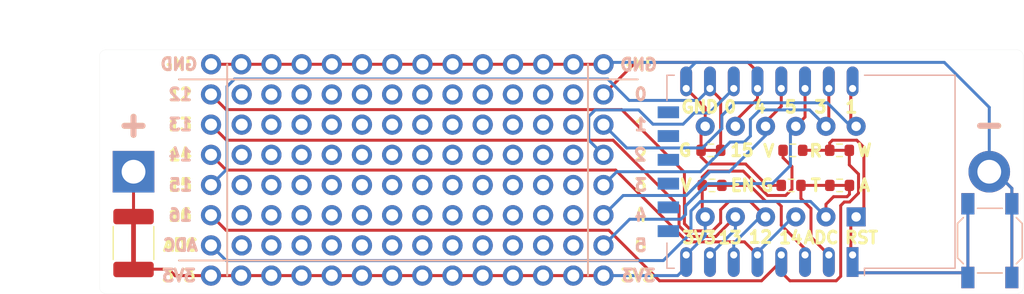
<source format=kicad_pcb>
(kicad_pcb (version 20211014) (generator pcbnew)
  (layers (0 "F.Cu" signal) (31 "B.Cu" signal) (34 "B.Paste" user) (35 "F.Paste" user) (36 "B.SilkS" user "B.Silkscreen") (37 "F.SilkS" user "F.Silkscreen") (38 "B.Mask" user) (39 "F.Mask" user) (44 "Edge.Cuts" user))
  (net 0 "")
  (net 1 "Net-(BT1-Pad1)")
  (net 2 "GND")
  (net 3 "VCC")
  (net 4 "/ADC")
  (net 5 "/IO16")
  (net 6 "/IO14")
  (net 7 "/IO12")
  (net 8 "/IO13")
  (net 15 "/IO2")
  (net 16 "/IO0")
  (net 17 "/IO4")
  (net 18 "/IO5")
  (net 19 "/IO3")
  (net 20 "/IO1")
  (net 21 "/RST")
  (net 22 "/EN")
  (net 23 "/IO15")
  (net 36 "/TOUT")
  (footprint "Resistor_SMD:R_0603_1608Metric" (layer "F.Cu") (at 119.325 71.15 180)
    (fp_text reference "R6" hide)
    (fp_text value "OPEN" hide)
    (fp_line (start -0.237258 0.5225) (end 0.237258 0.5225) (layer "F.SilkS") (width 0.12))
    (fp_line (start -0.237258 -0.5225) (end 0.237258 -0.5225) (layer "F.SilkS") (width 0.12))
    (pad "1" smd roundrect (at -0.825 0 180) (size 0.8 0.95) (layers "F.Cu" "F.Paste" "F.Mask") (net 36 "/TOUT"))
    (pad "2" smd roundrect (at 0.825 0 180) (size 0.8 0.95) (layers "F.Cu" "F.Paste" "F.Mask") (net 2 "GND"))
  )
  (footprint "2.54mm_Pin_Headers:Standalone_1x06" (layer "F.Cu") (at 88.3 63.5 -90)
    (fp_text reference "J5" hide)
    (fp_text value "Conn_01x06_Male" hide)
    (pad "1" thru_hole circle locked (at 0 0 270) (size 1.7 1.7) (drill 1.016) (layers *.Cu *.Mask))
    (pad "2" thru_hole circle locked (at 2.54 0 270) (size 1.7 1.7) (drill 1.016) (layers *.Cu *.Mask))
    (pad "3" thru_hole circle locked (at 5.08 0 270) (size 1.7 1.7) (drill 1.016) (layers *.Cu *.Mask))
    (pad "4" thru_hole circle locked (at 7.62 0 270) (size 1.7 1.7) (drill 1.016) (layers *.Cu *.Mask))
    (pad "5" thru_hole circle locked (at 10.16 0 270) (size 1.7 1.7) (drill 1.016) (layers *.Cu *.Mask))
    (pad "6" thru_hole circle locked (at 12.7 0 270) (size 1.7 1.7) (drill 1.016) (layers *.Cu *.Mask))
  )
  (footprint "2.54mm_Pin_Headers:Standalone_1x06" (layer "F.Cu") (at 75.6 63.5 -90)
    (fp_text reference "J14" hide)
    (fp_text value "Conn_01x06_Male" hide)
    (pad "1" thru_hole circle locked (at 0 0 270) (size 1.7 1.7) (drill 1.016) (layers *.Cu *.Mask))
    (pad "2" thru_hole circle locked (at 2.54 0 270) (size 1.7 1.7) (drill 1.016) (layers *.Cu *.Mask))
    (pad "3" thru_hole circle locked (at 5.08 0 270) (size 1.7 1.7) (drill 1.016) (layers *.Cu *.Mask))
    (pad "4" thru_hole circle locked (at 7.62 0 270) (size 1.7 1.7) (drill 1.016) (layers *.Cu *.Mask))
    (pad "5" thru_hole circle locked (at 10.16 0 270) (size 1.7 1.7) (drill 1.016) (layers *.Cu *.Mask))
    (pad "6" thru_hole circle locked (at 12.7 0 270) (size 1.7 1.7) (drill 1.016) (layers *.Cu *.Mask))
  )
  (footprint "2.54mm_Pin_Headers:Standalone_1x06" (layer "F.Cu") (at 93.38 63.5 -90)
    (fp_text reference "J6" hide)
    (fp_text value "Conn_01x06_Male" hide)
    (pad "1" thru_hole circle locked (at 0 0 270) (size 1.7 1.7) (drill 1.016) (layers *.Cu *.Mask))
    (pad "2" thru_hole circle locked (at 2.54 0 270) (size 1.7 1.7) (drill 1.016) (layers *.Cu *.Mask))
    (pad "3" thru_hole circle locked (at 5.08 0 270) (size 1.7 1.7) (drill 1.016) (layers *.Cu *.Mask))
    (pad "4" thru_hole circle locked (at 7.62 0 270) (size 1.7 1.7) (drill 1.016) (layers *.Cu *.Mask))
    (pad "5" thru_hole circle locked (at 10.16 0 270) (size 1.7 1.7) (drill 1.016) (layers *.Cu *.Mask))
    (pad "6" thru_hole circle locked (at 12.7 0 270) (size 1.7 1.7) (drill 1.016) (layers *.Cu *.Mask))
  )
  (footprint "Resistor_SMD:R_0603_1608Metric" (layer "F.Cu") (at 119.475 68.2)
    (fp_text reference "R3" hide)
    (fp_text value "10K" hide)
    (fp_line (start -0.237258 0.5225) (end 0.237258 0.5225) (layer "F.SilkS") (width 0.12))
    (fp_line (start -0.237258 -0.5225) (end 0.237258 -0.5225) (layer "F.SilkS") (width 0.12))
    (pad "1" smd roundrect (at -0.825 0) (size 0.8 0.95) (layers "F.Cu" "F.Paste" "F.Mask") (net 3 "VCC"))
    (pad "2" smd roundrect (at 0.825 0) (size 0.8 0.95) (layers "F.Cu" "F.Paste" "F.Mask") (net 21 "/RST"))
  )
  (footprint "KiCadBased:Fuse_1812_4532Metric_Pad1.30x3.40mm_HandSolder" (layer "F.Cu") (at 64 76 -90)
    (fp_text reference "F1" hide)
    (fp_text value "0R" hide)
    (fp_poly (pts (xy 1.7 0.2) (xy -1.7 0.2) (xy -1.7 -0.2) (xy 1.7 -0.2)) (layer "F.Cu") (width 0) (fill solid))
    (fp_line (start -1.386252 -1.71) (end 1.386252 -1.71) (layer "F.SilkS") (width 0.12))
    (fp_line (start -1.386252 1.71) (end 1.386252 1.71) (layer "F.SilkS") (width 0.12))
    (pad "1" smd roundrect (at -2.225 0 270) (size 1.3 3.4) (layers "F.Cu" "F.Paste" "F.Mask") (roundrect_rratio 0.1923076923) (net 1 "Net-(BT1-Pad1)"))
    (pad "2" smd roundrect (at 2.225 0 270) (size 1.3 3.4) (layers "F.Cu" "F.Paste" "F.Mask") (roundrect_rratio 0.1923076923) (net 3 "VCC"))
  )
  (footprint "2.54mm_Pin_Headers:Standalone_1x06" (layer "F.Cu") (at 85.76 63.5 -90)
    (fp_text reference "J12" hide)
    (fp_text value "Conn_01x06_Male" hide)
    (pad "1" thru_hole circle locked (at 0 0 270) (size 1.7 1.7) (drill 1.016) (layers *.Cu *.Mask))
    (pad "2" thru_hole circle locked (at 2.54 0 270) (size 1.7 1.7) (drill 1.016) (layers *.Cu *.Mask))
    (pad "3" thru_hole circle locked (at 5.08 0 270) (size 1.7 1.7) (drill 1.016) (layers *.Cu *.Mask))
    (pad "4" thru_hole circle locked (at 7.62 0 270) (size 1.7 1.7) (drill 1.016) (layers *.Cu *.Mask))
    (pad "5" thru_hole circle locked (at 10.16 0 270) (size 1.7 1.7) (drill 1.016) (layers *.Cu *.Mask))
    (pad "6" thru_hole circle locked (at 12.7 0 270) (size 1.7 1.7) (drill 1.016) (layers *.Cu *.Mask))
  )
  (footprint "2.54mm_Pin_Headers:Standalone_1x06" (layer "F.Cu") (at 101 63.5 -90)
    (fp_text reference "J11" hide)
    (fp_text value "Conn_01x06_Male" hide)
    (pad "1" thru_hole circle locked (at 0 0 270) (size 1.7 1.7) (drill 1.016) (layers *.Cu *.Mask))
    (pad "2" thru_hole circle locked (at 2.54 0 270) (size 1.7 1.7) (drill 1.016) (layers *.Cu *.Mask))
    (pad "3" thru_hole circle locked (at 5.08 0 270) (size 1.7 1.7) (drill 1.016) (layers *.Cu *.Mask))
    (pad "4" thru_hole circle locked (at 7.62 0 270) (size 1.7 1.7) (drill 1.016) (layers *.Cu *.Mask))
    (pad "5" thru_hole circle locked (at 10.16 0 270) (size 1.7 1.7) (drill 1.016) (layers *.Cu *.Mask))
    (pad "6" thru_hole circle locked (at 12.7 0 270) (size 1.7 1.7) (drill 1.016) (layers *.Cu *.Mask))
  )
  (footprint "2.54mm_Pin_Headers:Standalone_1x06" (layer "F.Cu") (at 73.1 63.5 -90)
    (fp_text reference "J7" hide)
    (fp_text value "Conn_01x06_Male" hide)
    (pad "1" thru_hole circle locked (at 0 0 270) (size 1.7 1.7) (drill 1.016) (layers *.Cu *.Mask))
    (pad "2" thru_hole circle locked (at 2.54 0 270) (size 1.7 1.7) (drill 1.016) (layers *.Cu *.Mask))
    (pad "3" thru_hole circle locked (at 5.08 0 270) (size 1.7 1.7) (drill 1.016) (layers *.Cu *.Mask))
    (pad "4" thru_hole circle locked (at 7.62 0 270) (size 1.7 1.7) (drill 1.016) (layers *.Cu *.Mask))
    (pad "5" thru_hole circle locked (at 10.16 0 270) (size 1.7 1.7) (drill 1.016) (layers *.Cu *.Mask))
    (pad "6" thru_hole circle locked (at 12.7 0 270) (size 1.7 1.7) (drill 1.016) (layers *.Cu *.Mask))
  )
  (footprint "KiCadBased:R_0603_1608Metric_Bridged" (layer "F.Cu") (at 123.4 68.2)
    (fp_text reference "R4" hide)
    (fp_text value "0R" hide)
    (fp_poly (pts (xy 0.45 0.125) (xy -0.45 0.125) (xy -0.45 -0.125) (xy 0.45 -0.125)) (layer "F.Cu") (width 0) (fill solid))
    (fp_line (start -0.237258 -0.5225) (end 0.237258 -0.5225) (layer "F.SilkS") (width 0.12))
    (fp_line (start -0.237258 0.5225) (end 0.237258 0.5225) (layer "F.SilkS") (width 0.12))
    (pad "1" smd roundrect (at -0.825 0) (size 0.8 0.95) (layers "F.Cu" "F.Paste" "F.Mask") (net 21 "/RST"))
    (pad "2" smd roundrect (at 0.825 0) (size 0.8 0.95) (layers "F.Cu" "F.Paste" "F.Mask") (net 5 "/IO16"))
  )
  (footprint "2.54mm_Pin_Headers:Standalone_1x06" (layer "F.Cu") (at 70.52 63.5 -90)
    (fp_text reference "J3" hide)
    (fp_text value "Conn_01x06_Male" hide)
    (pad "1" thru_hole circle locked (at 0 0 270) (size 1.7 1.7) (drill 1.016) (layers *.Cu *.Mask) (net 7 "/IO12"))
    (pad "2" thru_hole circle locked (at 2.54 0 270) (size 1.7 1.7) (drill 1.016) (layers *.Cu *.Mask) (net 8 "/IO13"))
    (pad "3" thru_hole circle locked (at 5.08 0 270) (size 1.7 1.7) (drill 1.016) (layers *.Cu *.Mask) (net 6 "/IO14"))
    (pad "4" thru_hole circle locked (at 7.62 0 270) (size 1.7 1.7) (drill 1.016) (layers *.Cu *.Mask) (net 23 "/IO15"))
    (pad "5" thru_hole circle locked (at 10.16 0 270) (size 1.7 1.7) (drill 1.016) (layers *.Cu *.Mask) (net 5 "/IO16"))
    (pad "6" thru_hole circle locked (at 12.7 0 270) (size 1.7 1.7) (drill 1.016) (layers *.Cu *.Mask) (net 4 "/ADC"))
  )
  (footprint "KiCadBased:R_0603_1608Metric_Bridged" (layer "F.Cu") (at 112.675 71.15)
    (fp_text reference "R1" hide)
    (fp_text value "0R" hide)
    (fp_poly (pts (xy 0.45 0.125) (xy -0.45 0.125) (xy -0.45 -0.125) (xy 0.45 -0.125)) (layer "F.Cu") (width 0) (fill solid))
    (fp_line (start -0.237258 0.5225) (end 0.237258 0.5225) (layer "F.SilkS") (width 0.12))
    (fp_line (start -0.237258 -0.5225) (end 0.237258 -0.5225) (layer "F.SilkS") (width 0.12))
    (pad "1" smd roundrect (at -0.825 0) (size 0.8 0.95) (layers "F.Cu" "F.Paste" "F.Mask") (net 3 "VCC"))
    (pad "2" smd roundrect (at 0.825 0) (size 0.8 0.95) (layers "F.Cu" "F.Paste" "F.Mask") (net 22 "/EN"))
  )
  (footprint "KiCadBased:R_0603_1608Metric_Bridged" (layer "F.Cu") (at 112.575 68.2)
    (fp_text reference "R2" hide)
    (fp_text value "0R" hide)
    (fp_poly (pts (xy 0.45 0.125) (xy -0.45 0.125) (xy -0.45 -0.125) (xy 0.45 -0.125)) (layer "F.Cu") (width 0) (fill solid))
    (fp_line (start -0.237258 -0.5225) (end 0.237258 -0.5225) (layer "F.SilkS") (width 0.12))
    (fp_line (start -0.237258 0.5225) (end 0.237258 0.5225) (layer "F.SilkS") (width 0.12))
    (pad "1" smd roundrect (at -0.825 0) (size 0.8 0.95) (layers "F.Cu" "F.Paste" "F.Mask") (net 2 "GND"))
    (pad "2" smd roundrect (at 0.825 0) (size 0.8 0.95) (layers "F.Cu" "F.Paste" "F.Mask") (net 23 "/IO15"))
  )
  (footprint "2.54mm_Pin_Headers:Standalone_1x06" (layer "F.Cu") (at 80.68 63.5 -90)
    (fp_text reference "J15" hide)
    (fp_text value "Conn_01x06_Male" hide)
    (pad "1" thru_hole circle locked (at 0 0 270) (size 1.7 1.7) (drill 1.016) (layers *.Cu *.Mask))
    (pad "2" thru_hole circle locked (at 2.54 0 270) (size 1.7 1.7) (drill 1.016) (layers *.Cu *.Mask))
    (pad "3" thru_hole circle locked (at 5.08 0 270) (size 1.7 1.7) (drill 1.016) (layers *.Cu *.Mask))
    (pad "4" thru_hole circle locked (at 7.62 0 270) (size 1.7 1.7) (drill 1.016) (layers *.Cu *.Mask))
    (pad "5" thru_hole circle locked (at 10.16 0 270) (size 1.7 1.7) (drill 1.016) (layers *.Cu *.Mask))
    (pad "6" thru_hole circle locked (at 12.7 0 270) (size 1.7 1.7) (drill 1.016) (layers *.Cu *.Mask))
  )
  (footprint "Button_Switch_SMD:SW_SPST_SKQG_WithStem" (layer "F.Cu") (at 136.05 75.8 90)
    (fp_text reference "SW1" hide)
    (fp_text value "SW_Push" hide)
    (fp_line (start 2.72 1.04) (end 2.72 -1.04) (layer "F.SilkS") (width 0.12))
    (fp_line (start -2.72 1.04) (end -2.72 -1.04) (layer "F.SilkS") (width 0.12))
    (fp_line (start -1.45 2.72) (end -1.94 2.23) (layer "F.SilkS") (width 0.12))
    (fp_line (start 1.45 2.72) (end 1.94 2.23) (layer "F.SilkS") (width 0.12))
    (fp_line (start 1.45 -2.72) (end 1.94 -2.23) (layer "F.SilkS") (width 0.12))
    (fp_line (start -1.45 -2.72) (end -1.94 -2.23) (layer "F.SilkS") (width 0.12))
    (fp_line (start -1.45 2.72) (end 1.45 2.72) (layer "F.SilkS") (width 0.12))
    (fp_line (start -1.45 -2.72) (end 1.45 -2.72) (layer "F.SilkS") (width 0.12))
    (pad "1" smd rect (at -3.1 -1.85 90) (size 1.8 1.1) (layers "F.Cu" "F.Paste" "F.Mask") (net 21 "/RST"))
    (pad "1" smd rect (at 3.1 -1.85 90) (size 1.8 1.1) (layers "F.Cu" "F.Paste" "F.Mask") (net 21 "/RST"))
    (pad "2" smd rect (at -3.1 1.85 90) (size 1.8 1.1) (layers "F.Cu" "F.Paste" "F.Mask") (net 2 "GND"))
    (pad "2" smd rect (at 3.1 1.85 90) (size 1.8 1.1) (layers "F.Cu" "F.Paste" "F.Mask") (net 2 "GND"))
  )
  (footprint "2.54mm_Pin_Headers:Standalone_1x06" (layer "F.Cu") (at 78.14 63.5 -90)
    (fp_text reference "J10" hide)
    (fp_text value "Conn_01x06_Male" hide)
    (pad "1" thru_hole circle locked (at 0 0 270) (size 1.7 1.7) (drill 1.016) (layers *.Cu *.Mask))
    (pad "2" thru_hole circle locked (at 2.54 0 270) (size 1.7 1.7) (drill 1.016) (layers *.Cu *.Mask))
    (pad "3" thru_hole circle locked (at 5.08 0 270) (size 1.7 1.7) (drill 1.016) (layers *.Cu *.Mask))
    (pad "4" thru_hole circle locked (at 7.62 0 270) (size 1.7 1.7) (drill 1.016) (layers *.Cu *.Mask))
    (pad "5" thru_hole circle locked (at 10.16 0 270) (size 1.7 1.7) (drill 1.016) (layers *.Cu *.Mask))
    (pad "6" thru_hole circle locked (at 12.7 0 270) (size 1.7 1.7) (drill 1.016) (layers *.Cu *.Mask))
  )
  (footprint "2.54mm_Pin_Headers:Standalone_1x06" (layer "F.Cu") (at 83.22 63.5 -90)
    (fp_text reference "J13" hide)
    (fp_text value "Conn_01x06_Male" hide)
    (pad "1" thru_hole circle locked (at 0 0 270) (size 1.7 1.7) (drill 1.016) (layers *.Cu *.Mask))
    (pad "2" thru_hole circle locked (at 2.54 0 270) (size 1.7 1.7) (drill 1.016) (layers *.Cu *.Mask))
    (pad "3" thru_hole circle locked (at 5.08 0 270) (size 1.7 1.7) (drill 1.016) (layers *.Cu *.Mask))
    (pad "4" thru_hole circle locked (at 7.62 0 270) (size 1.7 1.7) (drill 1.016) (layers *.Cu *.Mask))
    (pad "5" thru_hole circle locked (at 10.16 0 270) (size 1.7 1.7) (drill 1.016) (layers *.Cu *.Mask))
    (pad "6" thru_hole circle locked (at 12.7 0 270) (size 1.7 1.7) (drill 1.016) (layers *.Cu *.Mask))
  )
  (footprint "2.54mm_Pin_Headers:Standalone_1x14" (layer "F.Cu") (at 70.53 60.96)
    (fp_text reference "J17" hide)
    (fp_text value "Conn_01x14_Male" hide)
    (pad "1" thru_hole circle locked (at 0 0) (size 1.7 1.7) (drill 1.016) (layers *.Cu *.Mask) (net 2 "GND"))
    (pad "2" thru_hole circle locked (at 2.54 0) (size 1.7 1.7) (drill 1.016) (layers *.Cu *.Mask) (net 2 "GND"))
    (pad "3" thru_hole circle locked (at 5.08 0) (size 1.7 1.7) (drill 1.016) (layers *.Cu *.Mask) (net 2 "GND"))
    (pad "4" thru_hole circle locked (at 7.62 0) (size 1.7 1.7) (drill 1.016) (layers *.Cu *.Mask) (net 2 "GND"))
    (pad "5" thru_hole circle locked (at 10.16 0) (size 1.7 1.7) (drill 1.016) (layers *.Cu *.Mask) (net 2 "GND"))
    (pad "6" thru_hole circle locked (at 12.7 0) (size 1.7 1.7) (drill 1.016) (layers *.Cu *.Mask) (net 2 "GND"))
    (pad "7" thru_hole circle locked (at 15.24 0) (size 1.7 1.7) (drill 1.016) (layers *.Cu *.Mask) (net 2 "GND"))
    (pad "8" thru_hole circle locked (at 17.78 0) (size 1.7 1.7) (drill 1.016) (layers *.Cu *.Mask) (net 2 "GND"))
    (pad "9" thru_hole circle locked (at 20.32 0) (size 1.7 1.7) (drill 1.016) (layers *.Cu *.Mask) (net 2 "GND"))
    (pad "10" thru_hole circle locked (at 22.86 0) (size 1.7 1.7) (drill 1.016) (layers *.Cu *.Mask) (net 2 "GND"))
    (pad "11" thru_hole circle locked (at 25.4 0) (size 1.7 1.7) (drill 1.016) (layers *.Cu *.Mask) (net 2 "GND"))
    (pad "12" thru_hole circle locked (at 27.94 0) (size 1.7 1.7) (drill 1.016) (layers *.Cu *.Mask) (net 2 "GND"))
    (pad "13" thru_hole circle locked (at 30.48 0) (size 1.7 1.7) (drill 1.016) (layers *.Cu *.Mask) (net 2 "GND"))
    (pad "14" thru_hole circle locked (at 33.02 0) (size 1.7 1.7) (drill 1.016) (layers *.Cu *.Mask) (net 2 "GND"))
  )
  (footprint "2.54mm_Pin_Headers:Standalone_1x06" (layer "F.Cu") (at 103.54 76.2 90)
    (fp_text reference "J16" hide)
    (fp_text value "Conn_01x06_Male" hide)
    (pad "1" thru_hole circle locked (at 0 0 90) (size 1.7 1.7) (drill 1.016) (layers *.Cu *.Mask) (net 18 "/IO5"))
    (pad "2" thru_hole circle locked (at 2.54 0 90) (size 1.7 1.7) (drill 1.016) (layers *.Cu *.Mask) (net 17 "/IO4"))
    (pad "3" thru_hole circle locked (at 5.08 0 90) (size 1.7 1.7) (drill 1.016) (layers *.Cu *.Mask) (net 19 "/IO3"))
    (pad "4" thru_hole circle locked (at 7.62 0 90) (size 1.7 1.7) (drill 1.016) (layers *.Cu *.Mask) (net 15 "/IO2"))
    (pad "5" thru_hole circle locked (at 10.16 0 90) (size 1.7 1.7) (drill 1.016) (layers *.Cu *.Mask) (net 20 "/IO1"))
    (pad "6" thru_hole circle locked (at 12.7 0 90) (size 1.7 1.7) (drill 1.016) (layers *.Cu *.Mask) (net 16 "/IO0"))
  )
  (footprint "2.54mm_Pin_Headers:Standalone_1x06" (layer "F.Cu") (at 90.84 63.5 -90)
    (fp_text reference "J9" hide)
    (fp_text value "Conn_01x06_Male" hide)
    (pad "1" thru_hole circle locked (at 0 0 270) (size 1.7 1.7) (drill 1.016) (layers *.Cu *.Mask))
    (pad "2" thru_hole circle locked (at 2.54 0 270) (size 1.7 1.7) (drill 1.016) (layers *.Cu *.Mask))
    (pad "3" thru_hole circle locked (at 5.08 0 270) (size 1.7 1.7) (drill 1.016) (layers *.Cu *.Mask))
    (pad "4" thru_hole circle locked (at 7.62 0 270) (size 1.7 1.7) (drill 1.016) (layers *.Cu *.Mask))
    (pad "5" thru_hole circle locked (at 10.16 0 270) (size 1.7 1.7) (drill 1.016) (layers *.Cu *.Mask))
    (pad "6" thru_hole circle locked (at 12.7 0 270) (size 1.7 1.7) (drill 1.016) (layers *.Cu *.Mask))
  )
  (footprint "2.54mm_Pin_Headers:Standalone_1x14" (layer "F.Cu") (at 70.52 78.74)
    (fp_text reference "J2" hide)
    (fp_text value "Conn_01x14_Male" hide)
    (pad "1" thru_hole circle locked (at 0 0) (size 1.7 1.7) (drill 1.016) (layers *.Cu *.Mask) (net 3 "VCC"))
    (pad "2" thru_hole circle locked (at 2.54 0) (size 1.7 1.7) (drill 1.016) (layers *.Cu *.Mask) (net 3 "VCC"))
    (pad "3" thru_hole circle locked (at 5.08 0) (size 1.7 1.7) (drill 1.016) (layers *.Cu *.Mask) (net 3 "VCC"))
    (pad "4" thru_hole circle locked (at 7.62 0) (size 1.7 1.7) (drill 1.016) (layers *.Cu *.Mask) (net 3 "VCC"))
    (pad "5" thru_hole circle locked (at 10.16 0) (size 1.7 1.7) (drill 1.016) (layers *.Cu *.Mask) (net 3 "VCC"))
    (pad "6" thru_hole circle locked (at 12.7 0) (size 1.7 1.7) (drill 1.016) (layers *.Cu *.Mask) (net 3 "VCC"))
    (pad "7" thru_hole circle locked (at 15.24 0) (size 1.7 1.7) (drill 1.016) (layers *.Cu *.Mask) (net 3 "VCC"))
    (pad "8" thru_hole circle locked (at 17.78 0) (size 1.7 1.7) (drill 1.016) (layers *.Cu *.Mask) (net 3 "VCC"))
    (pad "9" thru_hole circle locked (at 20.32 0) (size 1.7 1.7) (drill 1.016) (layers *.Cu *.Mask) (net 3 "VCC"))
    (pad "10" thru_hole circle locked (at 22.86 0) (size 1.7 1.7) (drill 1.016) (layers *.Cu *.Mask) (net 3 "VCC"))
    (pad "11" thru_hole circle locked (at 25.4 0) (size 1.7 1.7) (drill 1.016) (layers *.Cu *.Mask) (net 3 "VCC"))
    (pad "12" thru_hole circle locked (at 27.94 0) (size 1.7 1.7) (drill 1.016) (layers *.Cu *.Mask) (net 3 "VCC"))
    (pad "13" thru_hole circle locked (at 30.48 0) (size 1.7 1.7) (drill 1.016) (layers *.Cu *.Mask) (net 3 "VCC"))
    (pad "14" thru_hole circle locked (at 33.02 0) (size 1.7 1.7) (drill 1.016) (layers *.Cu *.Mask) (net 3 "VCC"))
  )
  (footprint "2.54mm_Pin_Headers:Standalone_1x06" (layer "F.Cu") (at 95.92 63.5 -90)
    (fp_text reference "J4" hide)
    (fp_text value "Conn_01x06_Male" hide)
    (pad "1" thru_hole circle locked (at 0 0 270) (size 1.7 1.7) (drill 1.016) (layers *.Cu *.Mask))
    (pad "2" thru_hole circle locked (at 2.54 0 270) (size 1.7 1.7) (drill 1.016) (layers *.Cu *.Mask))
    (pad "3" thru_hole circle locked (at 5.08 0 270) (size 1.7 1.7) (drill 1.016) (layers *.Cu *.Mask))
    (pad "4" thru_hole circle locked (at 7.62 0 270) (size 1.7 1.7) (drill 1.016) (layers *.Cu *.Mask))
    (pad "5" thru_hole circle locked (at 10.16 0 270) (size 1.7 1.7) (drill 1.016) (layers *.Cu *.Mask))
    (pad "6" thru_hole circle locked (at 12.7 0 270) (size 1.7 1.7) (drill 1.016) (layers *.Cu *.Mask))
  )
  (footprint "KiCadBased:R_0603_1608Metric_Bridged" (layer "F.Cu") (at 123.41 71.15 180)
    (fp_text reference "R5" hide)
    (fp_text value "0R" hide)
    (fp_poly (pts (xy 0.45 0.125) (xy -0.45 0.125) (xy -0.45 -0.125) (xy 0.45 -0.125)) (layer "F.Cu") (width 0) (fill solid))
    (fp_line (start -0.237258 0.5225) (end 0.237258 0.5225) (layer "F.SilkS") (width 0.12))
    (fp_line (start -0.237258 -0.5225) (end 0.237258 -0.5225) (layer "F.SilkS") (width 0.12))
    (pad "1" smd roundrect (at -0.825 0 180) (size 0.8 0.95) (layers "F.Cu" "F.Paste" "F.Mask") (net 4 "/ADC"))
    (pad "2" smd roundrect (at 0.825 0 180) (size 0.8 0.95) (layers "F.Cu" "F.Paste" "F.Mask") (net 36 "/TOUT"))
  )
  (footprint "2.54mm_Pin_Headers:Standalone_1x06" (layer "F.Cu") (at 98.46 63.5 -90)
    (fp_text reference "J8" hide)
    (fp_text value "Conn_01x06_Male" hide)
    (pad "1" thru_hole circle locked (at 0 0 270) (size 1.7 1.7) (drill 1.016) (layers *.Cu *.Mask))
    (pad "2" thru_hole circle locked (at 2.54 0 270) (size 1.7 1.7) (drill 1.016) (layers *.Cu *.Mask))
    (pad "3" thru_hole circle locked (at 5.08 0 270) (size 1.7 1.7) (drill 1.016) (layers *.Cu *.Mask))
    (pad "4" thru_hole circle locked (at 7.62 0 270) (size 1.7 1.7) (drill 1.016) (layers *.Cu *.Mask))
    (pad "5" thru_hole circle locked (at 10.16 0 270) (size 1.7 1.7) (drill 1.016) (layers *.Cu *.Mask))
    (pad "6" thru_hole circle locked (at 12.7 0 270) (size 1.7 1.7) (drill 1.016) (layers *.Cu *.Mask))
  )
  (footprint "Battery:BatteryHolder_MPD_BH-18650-PC2" (layer "F.Cu") (at 64 70)
    (fp_text reference "BT1" hide)
    (fp_text value "Battery_Cell" hide)
    (pad "1" thru_hole rect (at 0 0) (size 3.5 3.5) (drill 2) (layers *.Cu *.Mask) (net 1 "Net-(BT1-Pad1)"))
    (pad "2" thru_hole circle (at 72 0) (size 3.5 3.5) (drill 2) (layers *.Cu *.Mask) (net 2 "GND"))
  )
  (footprint "Button_Switch_SMD:SW_SPST_SKQG_WithStem" (layer "B.Cu") (at 136.05 75.8 -90)
    (fp_text reference "SW2" hide)
    (fp_text value "SW_Push" hide)
    (fp_line (start -1.45 -2.72) (end -1.94 -2.23) (layer "B.SilkS") (width 0.12))
    (fp_line (start 2.72 -1.04) (end 2.72 1.04) (layer "B.SilkS") (width 0.12))
    (fp_line (start -1.45 -2.72) (end 1.45 -2.72) (layer "B.SilkS") (width 0.12))
    (fp_line (start 1.45 2.72) (end 1.94 2.23) (layer "B.SilkS") (width 0.12))
    (fp_line (start -2.72 -1.04) (end -2.72 1.04) (layer "B.SilkS") (width 0.12))
    (fp_line (start -1.45 2.72) (end 1.45 2.72) (layer "B.SilkS") (width 0.12))
    (fp_line (start -1.45 2.72) (end -1.94 2.23) (layer "B.SilkS") (width 0.12))
    (fp_line (start 1.45 -2.72) (end 1.94 -2.23) (layer "B.SilkS") (width 0.12))
    (pad "1" smd rect (at -3.1 1.85 270) (size 1.8 1.1) (layers "B.Cu" "B.Paste" "B.Mask") (net 21 "/RST"))
    (pad "1" smd rect (at 3.1 1.85 270) (size 1.8 1.1) (layers "B.Cu" "B.Paste" "B.Mask") (net 21 "/RST"))
    (pad "2" smd rect (at -3.1 -1.85 270) (size 1.8 1.1) (layers "B.Cu" "B.Paste" "B.Mask") (net 2 "GND"))
    (pad "2" smd rect (at 3.1 -1.85 270) (size 1.8 1.1) (layers "B.Cu" "B.Paste" "B.Mask") (net 2 "GND"))
  )
  (footprint "Package_DIP:DIP-12_W7.62mm" (layer "B.Cu") (at 124.8 73.8 90)
    (fp_text reference "J1" hide)
    (fp_text value "Conn_02x06_Counter_Clockwise" hide)
    (pad "1" thru_hole rect (at 0 0 90) (size 1.6 1.6) (drill 0.8) (layers *.Cu *.Mask) (net 21 "/RST"))
    (pad "2" thru_hole oval (at 0 -2.54 90) (size 1.6 1.6) (drill 0.8) (layers *.Cu *.Mask) (net 4 "/ADC"))
    (pad "3" thru_hole oval (at 0 -5.08 90) (size 1.6 1.6) (drill 0.8) (layers *.Cu *.Mask) (net 6 "/IO14"))
    (pad "4" thru_hole oval (at 0 -7.62 90) (size 1.6 1.6) (drill 0.8) (layers *.Cu *.Mask) (net 7 "/IO12"))
    (pad "5" thru_hole oval (at 0 -10.16 90) (size 1.6 1.6) (drill 0.8) (layers *.Cu *.Mask) (net 8 "/IO13"))
    (pad "6" thru_hole oval (at 0 -12.7 90) (size 1.6 1.6) (drill 0.8) (layers *.Cu *.Mask) (net 3 "VCC"))
    (pad "7" thru_hole oval (at 7.62 -12.7 90) (size 1.6 1.6) (drill 0.8) (layers *.Cu *.Mask) (net 2 "GND"))
    (pad "8" thru_hole oval (at 7.62 -10.16 90) (size 1.6 1.6) (drill 0.8) (layers *.Cu *.Mask) (net 16 "/IO0"))
    (pad "9" thru_hole oval (at 7.62 -7.62 90) (size 1.6 1.6) (drill 0.8) (layers *.Cu *.Mask) (net 17 "/IO4"))
    (pad "10" thru_hole oval (at 7.62 -5.08 90) (size 1.6 1.6) (drill 0.8) (layers *.Cu *.Mask) (net 18 "/IO5"))
    (pad "11" thru_hole oval (at 7.62 -2.54 90) (size 1.6 1.6) (drill 0.8) (layers *.Cu *.Mask) (net 19 "/IO3"))
    (pad "12" thru_hole oval (at 7.62 0 90) (size 1.6 1.6) (drill 0.8) (layers *.Cu *.Mask) (net 20 "/IO1"))
  )
  (footprint "KiCadBased:ESP-12E_THT" (layer "B.Cu") (at 121 70 90)
    (fp_text reference "U1" hide)
    (fp_text value "ESP-12F" hide)
    (fp_line (start -8.12 4.5) (end -8.73 4.5) (layer "B.SilkS") (width 0.12))
    (fp_line (start -8.12 12.12) (end 8.12 12.12) (layer "B.SilkS") (width 0.12))
    (fp_line (start -6 -12.12) (end -8.12 -12.12) (layer "B.SilkS") (width 0.12))
    (fp_line (start 8.12 -11.5) (end 8.12 -12.12) (layer "B.SilkS") (width 0.12))
    (fp_line (start 8.12 -12.12) (end 6 -12.12) (layer "B.SilkS") (width 0.12))
    (fp_line (start -8.12 -12.12) (end -8.12 -11.5) (layer "B.SilkS") (width 0.12))
    (fp_line (start 8.12 12.12) (end 8.12 4.5) (layer "B.SilkS") (width 0.12))
    (fp_line (start -8.12 4.5) (end -8.12 12.12) (layer "B.SilkS") (width 0.12))
    (pad "1" thru_hole rect (at -7 3.5 90) (size 2.5 1) (drill 0.6 (offset -0.6 0)) (layers *.Cu *.Mask) (net 21 "/RST"))
    (pad "2" thru_hole oval (at -7 1.5 90) (size 2.5 1) (drill 0.6 (offset -0.6 0)) (layers *.Cu *.Mask) (net 36 "/TOUT"))
    (pad "3" thru_hole oval (at -7 -0.5 90) (size 2.5 1) (drill 0.6 (offset -0.6 0)) (layers *.Cu *.Mask) (net 22 "/EN"))
    (pad "4" thru_hole oval (at -7 -2.5 90) (size 2.5 1) (drill 0.6 (offset -0.6 0)) (layers *.Cu *.Mask) (net 5 "/IO16"))
    (pad "5" thru_hole oval (at -7 -4.5 90) (size 2.5 1) (drill 0.6 (offset -0.6 0)) (layers *.Cu *.Mask) (net 6 "/IO14"))
    (pad "6" thru_hole oval (at -7 -6.5 90) (size 2.5 1) (drill 0.6 (offset -0.6 0)) (layers *.Cu *.Mask) (net 7 "/IO12"))
    (pad "7" thru_hole oval (at -7 -8.5 90) (size 2.5 1) (drill 0.6 (offset -0.6 0)) (layers *.Cu *.Mask) (net 8 "/IO13"))
    (pad "8" thru_hole oval (at -7 -10.5 90) (size 2.5 1) (drill 0.6 (offset -0.6 0)) (layers *.Cu *.Mask) (net 3 "VCC"))
    (pad "9" smd rect (at -5 -12 90) (size 1 1.8) (layers "B.Cu" "B.Paste" "B.Mask"))
    (pad "10" smd rect (at -3 -12 90) (size 1 1.8) (layers "B.Cu" "B.Paste" "B.Mask"))
    (pad "11" smd rect (at -1 -12 90) (size 1 1.8) (layers "B.Cu" "B.Paste" "B.Mask"))
    (pad "12" smd rect (at 1 -12 90) (size 1 1.8) (layers "B.Cu" "B.Paste" "B.Mask"))
    (pad "13" smd rect (at 3 -12 90) (size 1 1.8) (layers "B.Cu" "B.Paste" "B.Mask"))
    (pad "14" smd rect (at 5 -12 90) (size 1 1.8) (layers "B.Cu" "B.Paste" "B.Mask"))
    (pad "15" thru_hole oval (at 7 -10.5 90) (size 2.5 1) (drill 0.6 (offset 0.6 0)) (layers *.Cu *.Mask) (net 2 "GND"))
    (pad "16" thru_hole oval (at 7 -8.5 90) (size 2.5 1) (drill 0.6 (offset 0.6 0)) (layers *.Cu *.Mask) (net 23 "/IO15"))
    (pad "17" thru_hole oval (at 7 -6.5 90) (size 2.5 1) (drill 0.6 (offset 0.6 0)) (layers *.Cu *.Mask) (net 15 "/IO2"))
    (pad "18" thru_hole oval (at 7 -4.5 90) (size 2.5 1) (drill 0.6 (offset 0.6 0)) (layers *.Cu *.Mask) (net 16 "/IO0"))
    (pad "19" thru_hole oval (at 7 -2.5 90) (size 2.5 1) (drill 0.6 (offset 0.6 0)) (layers *.Cu *.Mask) (net 17 "/IO4"))
    (pad "20" thru_hole oval (at 7 -0.5 90) (size 2.5 1) (drill 0.6 (offset 0.6 0)) (layers *.Cu *.Mask) (net 18 "/IO5"))
    (pad "21" thru_hole oval (at 7 1.5 90) (size 2.5 1) (drill 0.6 (offset 0.6 0)) (layers *.Cu *.Mask) (net 19 "/IO3"))
    (pad "22" thru_hole oval (at 7 3.5 90) (size 2.5 1) (drill 0.6 (offset 0.6 0)) (layers *.Cu *.Mask) (net 20 "/IO1"))
  )
  (gr_line (start 106.426 77.47) (end 67.818 77.47) (layer "B.SilkS") (width 0.15))
  (gr_line (start 67.818 62.23) (end 106.426 62.23) (layer "B.SilkS") (width 0.15))
  (gr_line (start 71.882 78.74) (end 71.882 60.96) (layer "B.SilkS") (width 0.15))
  (gr_line (start 102.235 60.96) (end 102.235 78.74) (layer "B.SilkS") (width 0.15))
  (gr_line (start 102.235 78.74) (end 102.235 60.96) (layer "F.SilkS") (width 0.15))
  (gr_line (start 71.882 60.96) (end 71.882 78.74) (layer "F.SilkS") (width 0.15))
  (gr_line (start 67.818 62.23) (end 106.426 62.23) (layer "F.SilkS") (width 0.15))
  (gr_line (start 106.426 77.47) (end 67.818 77.47) (layer "F.SilkS") (width 0.15))
  (gr_line (start 61.65 80.25) (end 138.35 80.25) (layer "Edge.Cuts") (width 0.01))
  (gr_arc (start 138.35 59.75) (mid 138.703553 59.896447) (end 138.85 60.25) (layer "Edge.Cuts") (width 0.01))
  (gr_line (start 138.85 79.75) (end 138.85 60.25) (layer "Edge.Cuts") (width 0.01))
  (gr_arc (start 61.65 80.25) (mid 61.296447 80.103553) (end 61.15 79.75) (layer "Edge.Cuts") (width 0.01))
  (gr_arc (start 61.15 60.25) (mid 61.296447 59.896447) (end 61.65 59.75) (layer "Edge.Cuts") (width 0.01))
  (gr_arc (start 138.85 79.75) (mid 138.703553 80.103553) (end 138.35 80.25) (layer "Edge.Cuts") (width 0.01))
  (gr_line (start 61.15 60.25) (end 61.15 79.75) (layer "Edge.Cuts") (width 0.01))
  (gr_line (start 138.35 59.75) (end 61.65 59.75) (layer "Edge.Cuts") (width 0.01))
  (gr_text "GND" (at 106.5 61) (layer "B.SilkS") (effects (font (size 1 1) (thickness 0.25)) (justify mirror)))
  (gr_text "GND" (at 67.818 60.96) (layer "B.SilkS") (effects (font (size 1 1) (thickness 0.25)) (justify mirror)))
  (gr_text "ADC" (at 67.944999 76.174851) (layer "B.SilkS") (effects (font (size 1 1) (thickness 0.25)) (justify mirror)))
  (gr_text "13" (at 67.932944 66.03482) (layer "B.SilkS") (effects (font (size 1 1) (thickness 0.25)) (justify mirror)))
  (gr_text "14" (at 67.932944 68.572677) (layer "B.SilkS") (effects (font (size 1 1) (thickness 0.25)) (justify mirror)))
  (gr_text "0" (at 106.67482 63.486069) (layer "B.SilkS") (effects (font (size 1 1) (thickness 0.25)) (justify mirror)))
  (gr_text "2" (at 106.606 68.58) (layer "B.SilkS") (effects (font (size 1 1) (thickness 0.25)) (justify mirror)))
  (gr_text "-" (at 135.986316 65.996077) (layer "B.SilkS") (effects (font (size 2 2) (thickness 0.5)) (justify mirror)))
  (gr_text "3V3" (at 67.818 78.74) (layer "B.SilkS") (effects (font (size 1 1) (thickness 0.25)) (justify mirror)))
  (gr_text "16" (at 67.932944 73.64839) (layer "B.SilkS") (effects (font (size 1 1) (thickness 0.25)) (justify mirror)))
  (gr_text "4\n" (at 106.678416 73.66) (layer "B.SilkS") (effects (font (size 1 1) (thickness 0.25)) (justify mirror)))
  (gr_text "3V3" (at 106.5 78.74) (layer "B.SilkS") (effects (font (size 1 1) (thickness 0.25)) (justify mirror)))
  (gr_text "12" (at 67.932944 63.496964) (layer "B.SilkS") (effects (font (size 1 1) (thickness 0.25)) (justify mirror)))
  (gr_text "5" (at 106.674523 76.197619) (layer "B.SilkS") (effects (font (size 1 1) (thickness 0.25)) (justify mirror)))
  (gr_text "1" (at 106.68 66.04) (layer "B.SilkS") (effects (font (size 1 1) (thickness 0.25)) (justify mirror)))
  (gr_text "15\n" (at 67.945 71.12) (layer "B.SilkS") (effects (font (size 1 1) (thickness 0.25)) (justify mirror)))
  (gr_text "3\n" (at 106.678416 71.12) (layer "B.SilkS") (effects (font (size 1 1) (thickness 0.25)) (justify mirror)))
  (gr_text "+" (at 64 66) (layer "B.SilkS") (effects (font (size 2 2) (thickness 0.5)) (justify mirror)))
  (gr_text "15" (at 115.2 68.2) (layer "F.SilkS") (effects (font (size 1 1) (thickness 0.25))))
  (gr_text "-" (at 136 66) (layer "F.SilkS") (effects (font (size 2 2) (thickness 0.5))))
  (gr_text "V" (at 110.5 71.15) (layer "F.SilkS") (effects (font (size 1 1) (thickness 0.25)) (justify mirror)))
  (gr_text "14" (at 119.3 75.55) (layer "F.SilkS") (effects (font (size 1 1) (thickness 0.25))))
  (gr_text "13" (at 114.2 75.55) (layer "F.SilkS") (effects (font (size 1 1) (thickness 0.25))))
  (gr_text "GND" (at 111.65 64.55) (layer "F.SilkS") (effects (font (size 1 1) (thickness 0.25))))
  (gr_text "4\n" (at 106.68 73.66) (layer "F.SilkS") (effects (font (size 1 1) (thickness 0.25))))
  (gr_text "3V3" (at 111.6 75.55) (layer "F.SilkS") (effects (font (size 1 1) (thickness 0.25))))
  (gr_text "A" (at 125.5 71.15) (layer "F.SilkS") (effects (font (size 1 1) (thickness 0.25))))
  (gr_text "1" (at 106.68 66.04) (layer "F.SilkS") (effects (font (size 1 1) (thickness 0.25))))
  (gr_text "16" (at 67.932944 73.64839) (layer "F.SilkS") (effects (font (size 1 1) (thickness 0.25))))
  (gr_text "+" (at 64 66) (layer "F.SilkS") (effects (font (size 2 2) (thickness 0.5))))
  (gr_text "15\n" (at 67.945 71.12) (layer "F.SilkS") (effects (font (size 1 1) (thickness 0.25))))
  (gr_text "1" (at 124.4 64.55) (layer "F.SilkS") (effects (font (size 1 1) (thickness 0.25))))
  (gr_text "RST\n" (at 125.25 75.55) (layer "F.SilkS") (effects (font (size 1 1) (thickness 0.25))))
  (gr_text "12" (at 67.932944 63.496964) (layer "F.SilkS") (effects (font (size 1 1) (thickness 0.25))))
  (gr_text "R\n" (at 121.4 68.25) (layer "F.SilkS") (effects (font (size 1 1) (thickness 0.25))))
  (gr_text "3V3" (at 106.426 78.74) (layer "F.SilkS") (effects (font (size 1 1) (thickness 0.25))))
  (gr_text "5" (at 119.3 64.55) (layer "F.SilkS") (effects (font (size 1 1) (thickness 0.25))))
  (gr_text "12" (at 116.75 75.5) (layer "F.SilkS") (effects (font (size 1 1) (thickness 0.25))))
  (gr_text "EN\n" (at 115.25 71.15) (layer "F.SilkS") (effects (font (size 1 1) (thickness 0.25))))
  (gr_text "13" (at 67.932944 66.03482) (layer "F.SilkS") (effects (font (size 1 1) (thickness 0.25))))
  (gr_text "3V3" (at 67.818 78.74) (layer "F.SilkS") (effects (font (size 1 1) (thickness 0.25))))
  (gr_text "4" (at 116.7 64.55) (layer "F.SilkS") (effects (font (size 1 1) (thickness 0.25))))
  (gr_text "14" (at 67.932943 68.567375) (layer "F.SilkS") (effects (font (size 1 1) (thickness 0.25))))
  (gr_text "2" (at 106.68 68.58) (layer "F.SilkS") (effects (font (size 1 1) (thickness 0.25))))
  (gr_text "5" (at 106.674523 76.197619) (layer "F.SilkS") (effects (font (size 1 1) (thickness 0.25))))
  (gr_text "ADC" (at 67.944999 76.174851) (layer "F.SilkS") (effects (font (size 1 1) (thickness 0.25))))
  (gr_text "0" (at 106.67482 63.486069) (layer "F.SilkS") (effects (font (size 1 1) (thickness 0.25))))
  (gr_text "0" (at 114.2 64.55) (layer "F.SilkS") (effects (font (size 1 1) (thickness 0.25))))
  (gr_text "G" (at 117.3 71.15) (layer "F.SilkS") (effects (font (size 1 1) (thickness 0.25))))
  (gr_text "T" (at 121.4 71.15) (layer "F.SilkS") (effects (font (size 1 1) (thickness 0.25))))
  (gr_text "V" (at 117.45 68.25) (layer "F.SilkS") (effects (font (size 1 1) (thickness 0.25))))
  (gr_text "3\n" (at 106.68 71.12) (layer "F.SilkS") (effects (font (size 1 1) (thickness 0.25))))
  (gr_text "3\n" (at 121.8 64.55) (layer "F.SilkS") (effects (font (size 1 1) (thickness 0.25))))
  (gr_text "GND" (at 106.5 61) (layer "F.SilkS") (effects (font (size 1 1) (thickness 0.25))))
  (gr_text "G" (at 110.4 68.2) (layer "F.SilkS") (effects (font (size 1 1) (thickness 0.25))))
  (gr_text "W" (at 125.5 68.2) (layer "F.SilkS") (effects (font (size 1 1) (thickness 0.25))))
  (gr_text "GND" (at 67.818 60.96) (layer "F.SilkS") (effects (font (size 1 1) (thickness 0.25))))
  (gr_text "ADC\n" (at 121.85 75.55) (layer "F.SilkS") (effects (font (size 1 1) (thickness 0.25))))
  (segment (start 64 70) (end 64 73.775) (width 0.25) (layer "F.Cu") (net 1))
  (segment (start 137.9 71.4) (end 136.5 70) (width 0.25) (layer "F.Cu") (net 2))
  (segment (start 137.9 78.9) (end 137.9 72.7) (width 0.25) (layer "F.Cu") (net 2))
  (segment (start 103.55 60.96) (end 70.53 60.96) (width 0.25) (layer "F.Cu") (net 2))
  (segment (start 110.5 63) (end 112.1 64.6) (width 0.25) (layer "F.Cu") (net 2))
  (segment (start 117.3 71.15) (end 118.5 71.15) (width 0.25) (layer "F.Cu") (net 2))
  (segment (start 111.75 68.2) (end 111.75 68.75) (width 0.25) (layer "F.Cu") (net 2))
  (segment (start 136 70) (end 136.5 70) (width 0.25) (layer "F.Cu") (net 2))
  (segment (start 112.1 64.6) (end 112.1 66.18) (width 0.25) (layer "F.Cu") (net 2))
  (segment (start 136.6 70) (end 136 70) (width 0.25) (layer "F.Cu") (net 2))
  (segment (start 112.35 69.35) (end 115.5 69.35) (width 0.25) (layer "F.Cu") (net 2))
  (segment (start 111.75 68.2) (end 111.75 66.53) (width 0.25) (layer "F.Cu") (net 2))
  (segment (start 111.75 66.53) (end 112.1 66.18) (width 0.25) (layer "F.Cu") (net 2))
  (segment (start 115.5 69.35) (end 117.3 71.15) (width 0.25) (layer "F.Cu") (net 2))
  (segment (start 137.9 72.7) (end 137.9 71.4) (width 0.25) (layer "F.Cu") (net 2))
  (segment (start 111.75 68.75) (end 112.35 69.35) (width 0.25) (layer "F.Cu") (net 2))
  (segment (start 103.71 60.8) (end 103.55 60.96) (width 0.25) (layer "B.Cu") (net 2))
  (segment (start 132.216778 60.8) (end 111.7 60.8) (width 0.25) (layer "B.Cu") (net 2))
  (segment (start 111.3 60.8) (end 111.7 60.8) (width 0.25) (layer "B.Cu") (net 2))
  (segment (start 137.9 72.7) (end 137.9 71.4) (width 0.25) (layer "B.Cu") (net 2))
  (segment (start 110.5 63) (end 110.5 61.6) (width 0.25) (layer "B.Cu") (net 2))
  (segment (start 111.7 60.8) (end 103.71 60.8) (width 0.25) (layer "B.Cu") (net 2))
  (segment (start 136.5 70) (end 136 70) (width 0.25) (layer "B.Cu") (net 2))
  (segment (start 136 70) (end 136 64.583222) (width 0.25) (layer "B.Cu") (net 2))
  (segment (start 137.9 71.4) (end 136.5 70) (width 0.25) (layer "B.Cu") (net 2))
  (segment (start 136 64.583222) (end 132.216778 60.8) (width 0.25) (layer "B.Cu") (net 2))
  (segment (start 136.6 70) (end 136 70) (width 0.25) (layer "B.Cu") (net 2))
  (segment (start 110.5 61.6) (end 111.3 60.8) (width 0.25) (layer "B.Cu") (net 2))
  (segment (start 137.9 72.7) (end 137.9 78.9) (width 0.25) (layer "B.Cu") (net 2))
  (segment (start 111.85 71.15) (end 111.85 70.45) (width 0.25) (layer "F.Cu") (net 3))
  (segment (start 64.025 78.2) (end 64 78.225) (width 0.25) (layer "F.Cu") (net 3))
  (segment (start 111.85 70.45) (end 112.35 69.95) (width 0.25) (layer "F.Cu") (net 3))
  (segment (start 67 78.25) (end 67.075 78.325) (width 0.25) (layer "F.Cu") (net 3))
  (segment (start 119.4 71.467462) (end 119.4 69.574695) (width 0.25) (layer "F.Cu") (net 3))
  (segment (start 112.35 69.95) (end 115.3 69.95) (width 0.25) (layer "F.Cu") (net 3))
  (segment (start 112.1 73.75) (end 111.9 73.55) (width 0.25) (layer "F.Cu") (net 3))
  (segment (start 67.51 78.74) (end 70.52 78.74) (width 0.25) (layer "F.Cu") (net 3))
  (segment (start 117.35 72) (end 118.867462 72) (width 0.25) (layer "F.Cu") (net 3))
  (segment (start 115.3 69.95) (end 117.35 72) (width 0.25) (layer "F.Cu") (net 3))
  (segment (start 112.1 73.8) (end 112.1 73.75) (width 0.25) (layer "F.Cu") (net 3))
  (segment (start 111.85 73.55) (end 111.85 71.15) (width 0.25) (layer "F.Cu") (net 3))
  (segment (start 118.867462 72) (end 119.4 71.467462) (width 0.25) (layer "F.Cu") (net 3))
  (segment (start 118.65 68.824695) (end 118.65 68.2) (width 0.25) (layer "F.Cu") (net 3))
  (segment (start 66.95 78.2) (end 64.025 78.2) (width 0.25) (layer "F.Cu") (net 3))
  (segment (start 112.1 73.8) (end 111.85 73.55) (width 0.25) (layer "F.Cu") (net 3))
  (segment (start 67.075 78.325) (end 67.5 78.75) (width 0.25) (layer "F.Cu") (net 3))
  (segment (start 70.52 78.74) (end 103.54 78.74) (width 0.25) (layer "F.Cu") (net 3))
  (segment (start 67.51 78.74) (end 67.5 78.75) (width 0.25) (layer "F.Cu") (net 3))
  (segment (start 119.4 69.574695) (end 118.65 68.824695) (width 0.25) (layer "F.Cu") (net 3))
  (segment (start 67.075 78.325) (end 66.95 78.2) (width 0.25) (layer "F.Cu") (net 3))
  (segment (start 112.1 75.4) (end 110.5 77) (width 0.25) (layer "B.Cu") (net 3))
  (segment (start 109.785 78.74) (end 110.5 78.025) (width 0.25) (layer "B.Cu") (net 3))
  (segment (start 110.5 78.025) (end 110.5 77) (width 0.25) (layer "B.Cu") (net 3))
  (segment (start 112.1 73.8) (end 112.1 75.4) (width 0.25) (layer "B.Cu") (net 3))
  (segment (start 103.54 78.74) (end 109.785 78.74) (width 0.25) (layer "B.Cu") (net 3))
  (segment (start 124.035 72.1) (end 124.235 71.9) (width 0.25) (layer "F.Cu") (net 4))
  (segment (start 122.9 72.1) (end 124.035 72.1) (width 0.25) (layer "F.Cu") (net 4))
  (segment (start 122.26 72.74) (end 122.9 72.1) (width 0.25) (layer "F.Cu") (net 4))
  (segment (start 124.235 71.9) (end 124.235 71.15) (width 0.25) (layer "F.Cu") (net 4))
  (segment (start 122.26 73.8) (end 122.26 72.74) (width 0.25) (layer "F.Cu") (net 4))
  (segment (start 111.7 72.5) (end 120.96 72.5) (width 0.25) (layer "B.Cu") (net 4))
  (segment (start 120.96 72.5) (end 122.26 73.8) (width 0.25) (layer "B.Cu") (net 4))
  (segment (start 71.795 77.475) (end 108.575 77.475) (width 0.25) (layer "B.Cu") (net 4))
  (segment (start 70.52 76.2) (end 71.795 77.475) (width 0.25) (layer "B.Cu") (net 4))
  (segment (start 108.575 77.475) (end 110.9 75.15) (width 0.25) (layer "B.Cu") (net 4))
  (segment (start 110.9 73.3) (end 111.7 72.5) (width 0.25) (layer "B.Cu") (net 4))
  (segment (start 110.9 75.15) (end 110.9 73.3) (width 0.25) (layer "B.Cu") (net 4))
  (segment (start 124.25 72.55) (end 123.8 72.55) (width 0.25) (layer "F.Cu") (net 5))
  (segment (start 123.5 72.85) (end 123.5 78.8) (width 0.25) (layer "F.Cu") (net 5))
  (segment (start 119.225 79.175) (end 118.5 78.45) (width 0.25) (layer "F.Cu") (net 5))
  (segment (start 123.125 79.175) (end 119.225 79.175) (width 0.25) (layer "F.Cu") (net 5))
  (segment (start 118.5 77) (end 118.5 77.516726) (width 0.25) (layer "F.Cu") (net 5))
  (segment (start 116.841726 79.175) (end 108.25 79.175) (width 0.25) (layer "F.Cu") (net 5))
  (segment (start 118.5 78.45) (end 118.5 77) (width 0.25) (layer "F.Cu") (net 5))
  (segment (start 123.8 72.55) (end 123.5 72.85) (width 0.25) (layer "F.Cu") (net 5))
  (segment (start 125 71.8) (end 124.25 72.55) (width 0.25) (layer "F.Cu") (net 5))
  (segment (start 108.25 79.175) (end 104 74.925) (width 0.25) (layer "F.Cu") (net 5))
  (segment (start 104 74.925) (end 71.785 74.925) (width 0.25) (layer "F.Cu") (net 5))
  (segment (start 71.785 74.925) (end 70.52 73.66) (width 0.25) (layer "F.Cu") (net 5))
  (segment (start 123.5 78.8) (end 123.125 79.175) (width 0.25) (layer "F.Cu") (net 5))
  (segment (start 118.5 77.516726) (end 116.841726 79.175) (width 0.25) (layer "F.Cu") (net 5))
  (segment (start 125 70.2) (end 125 71.8) (width 0.25) (layer "F.Cu") (net 5))
  (segment (start 124.225 68.2) (end 124.225 69.425) (width 0.25) (layer "F.Cu") (net 5))
  (segment (start 124.225 69.425) (end 125 70.2) (width 0.25) (layer "F.Cu") (net 5))
  (segment (start 115.4 75.9) (end 116.5 77) (width 0.25) (layer "F.Cu") (net 6))
  (segment (start 70.52 68.58) (end 71.802964 69.862964) (width 0.25) (layer "F.Cu") (net 6))
  (segment (start 107.1 72.4) (end 110.6 75.9) (width 0.25) (layer "F.Cu") (net 6))
  (segment (start 110.6 75.9) (end 115.4 75.9) (width 0.25) (layer "F.Cu") (net 6))
  (segment (start 71.802964 69.862964) (end 104.562964 69.862964) (width 0.25) (layer "F.Cu") (net 6))
  (segment (start 104.562964 69.862964) (end 107.1 72.4) (width 0.25) (layer "F.Cu") (net 6))
  (segment (start 119.5 73.8) (end 119.72 73.8) (width 0.25) (layer "B.Cu") (net 6))
  (segment (start 116.5 76.8) (end 119.5 73.8) (width 0.25) (layer "B.Cu") (net 6))
  (segment (start 116.5 77) (end 116.5 76.8) (width 0.25) (layer "B.Cu") (net 6))
  (segment (start 113.4 73.2) (end 114.1 72.5) (width 0.25) (layer "F.Cu") (net 7))
  (segment (start 113.4 74.3) (end 113.4 73.2) (width 0.25) (layer "F.Cu") (net 7))
  (segment (start 110.35 70.05) (end 110.35 74.377208) (width 0.25) (layer "F.Cu") (net 7))
  (segment (start 70.52 63.5) (end 71.795 64.775) (width 0.25) (layer "F.Cu") (net 7))
  (segment (start 110.35 74.377208) (end 110.949594 74.976802) (width 0.25) (layer "F.Cu") (net 7))
  (segment (start 112.723198 74.976802) (end 113.4 74.3) (width 0.25) (layer "F.Cu") (net 7))
  (segment (start 110.949594 74.976802) (end 112.723198 74.976802) (width 0.25) (layer "F.Cu") (net 7))
  (segment (start 114.1 72.5) (end 115.88 72.5) (width 0.25) (layer "F.Cu") (net 7))
  (segment (start 115.88 72.5) (end 117.18 73.8) (width 0.25) (layer "F.Cu") (net 7))
  (segment (start 105.075 64.775) (end 110.35 70.05) (width 0.25) (layer "F.Cu") (net 7))
  (segment (start 71.795 64.775) (end 105.075 64.775) (width 0.25) (layer "F.Cu") (net 7))
  (segment (start 116.73 73.8) (end 117.18 73.8) (width 0.25) (layer "B.Cu") (net 7))
  (segment (start 114.5 76.03) (end 116.73 73.8) (width 0.25) (layer "B.Cu") (net 7))
  (segment (start 114.5 77) (end 114.5 76.03) (width 0.25) (layer "B.Cu") (net 7))
  (segment (start 114.64 73.8) (end 112.99 75.45) (width 0.25) (layer "F.Cu") (net 8))
  (segment (start 71.83 67.35) (end 70.52 66.04) (width 0.25) (layer "F.Cu") (net 8))
  (segment (start 112.99 75.45) (end 110.786396 75.45) (width 0.25) (layer "F.Cu") (net 8))
  (segment (start 104.35 67.35) (end 71.83 67.35) (width 0.25) (layer "F.Cu") (net 8))
  (segment (start 110.786396 75.45) (end 109.9 74.563604) (width 0.25) (layer "F.Cu") (net 8))
  (segment (start 109.9 74.563604) (end 109.9 72.9) (width 0.25) (layer "F.Cu") (net 8))
  (segment (start 109.9 72.9) (end 104.35 67.35) (width 0.25) (layer "F.Cu") (net 8))
  (segment (start 114.64 74.86) (end 112.5 77) (width 0.25) (layer "B.Cu") (net 8))
  (segment (start 114.64 73.8) (end 114.64 74.86) (width 0.25) (layer "B.Cu") (net 8))
  (segment (start 102.85 64.8) (end 102.3 65.35) (width 0.25) (layer "B.Cu") (net 15))
  (segment (start 102.3 65.35) (end 102.3 67.34) (width 0.25) (layer "B.Cu") (net 15))
  (segment (start 111.184009 65.055) (end 110.239009 66) (width 0.25) (layer "B.Cu") (net 15))
  (segment (start 107.7 66) (end 106.5 64.8) (width 0.25) (layer "B.Cu") (net 15))
  (segment (start 114.5 63) (end 112.445 65.055) (width 0.25) (layer "B.Cu") (net 15))
  (segment (start 110.239009 66) (end 107.7 66) (width 0.25) (layer "B.Cu") (net 15))
  (segment (start 102.3 67.34) (end 103.54 68.58) (width 0.25) (layer "B.Cu") (net 15))
  (segment (start 106.5 64.8) (end 102.85 64.8) (width 0.25) (layer "B.Cu") (net 15))
  (segment (start 112.445 65.055) (end 111.184009 65.055) (width 0.25) (layer "B.Cu") (net 15))
  (segment (start 115.7 60.8) (end 106.24 60.8) (width 0.25) (layer "F.Cu") (net 16))
  (segment (start 106.24 60.8) (end 103.54 63.5) (width 0.25) (layer "F.Cu") (net 16))
  (segment (start 114.64 65.73) (end 116.5 63.87) (width 0.25) (layer "F.Cu") (net 16))
  (segment (start 114.64 66.18) (end 114.64 65.73) (width 0.25) (layer "F.Cu") (net 16))
  (segment (start 116.5 63.87) (end 116.5 63) (width 0.25) (layer "F.Cu") (net 16))
  (segment (start 116.5 61.6) (end 115.7 60.8) (width 0.25) (layer "F.Cu") (net 16))
  (segment (start 116.5 63) (end 116.5 61.6) (width 0.25) (layer "F.Cu") (net 16))
  (segment (start 117.18 65.82) (end 118.5 64.5) (width 0.25) (layer "F.Cu") (net 17))
  (segment (start 117.18 66.18) (end 117.18 65.82) (width 0.25) (layer "F.Cu") (net 17))
  (segment (start 118.5 64.5) (end 118.5 63) (width 0.25) (layer "F.Cu") (net 17))
  (segment (start 114.125 70) (end 117.18 66.945) (width 0.25) (layer "B.Cu") (net 17))
  (segment (start 105.2 72) (end 110.5 72) (width 0.25) (layer "B.Cu") (net 17))
  (segment (start 117.18 66.945) (end 117.18 66.18) (width 0.25) (layer "B.Cu") (net 17))
  (segment (start 112.5 70) (end 114.125 70) (width 0.25) (layer "B.Cu") (net 17))
  (segment (start 103.54 73.66) (end 105.2 72) (width 0.25) (layer "B.Cu") (net 17))
  (segment (start 110.5 72) (end 112.5 70) (width 0.25) (layer "B.Cu") (net 17))
  (segment (start 120.5 65.4) (end 120.5 63) (width 0.25) (layer "F.Cu") (net 18))
  (segment (start 119.72 66.18) (end 120.5 65.4) (width 0.25) (layer "F.Cu") (net 18))
  (segment (start 105.74 74) (end 110.05 74) (width 0.25) (layer "B.Cu") (net 18))
  (segment (start 117.75 71) (end 119.27 69.48) (width 0.25) (layer "B.Cu") (net 18))
  (segment (start 110.45 72.875) (end 112.325 71) (width 0.25) (layer "B.Cu") (net 18))
  (segment (start 103.54 76.2) (end 105.74 74) (width 0.25) (layer "B.Cu") (net 18))
  (segment (start 119.27 66.63) (end 119.72 66.18) (width 0.25) (layer "B.Cu") (net 18))
  (segment (start 119.27 69.48) (end 119.27 66.63) (width 0.25) (layer "B.Cu") (net 18))
  (segment (start 110.05 74) (end 110.45 73.6) (width 0.25) (layer "B.Cu") (net 18))
  (segment (start 112.325 71) (end 117.75 71) (width 0.25) (layer "B.Cu") (net 18))
  (segment (start 110.45 73.6) (end 110.45 72.875) (width 0.25) (layer "B.Cu") (net 18))
  (segment (start 122.26 66.18) (end 122.5 65.94) (width 0.25) (layer "F.Cu") (net 19))
  (segment (start 122.5 65.94) (end 122.5 63) (width 0.25) (layer "F.Cu") (net 19))
  (segment (start 115.9 67.000001) (end 115.9 65.6) (width 0.25) (layer "B.Cu") (net 19))
  (segment (start 103.54 71.12) (end 104.66 70) (width 0.25) (layer "B.Cu") (net 19))
  (segment (start 111.7 70) (end 114.2 67.5) (width 0.25) (layer "B.Cu") (net 19))
  (segment (start 116.7 64.8) (end 120.88 64.8) (width 0.25) (layer "B.Cu") (net 19))
  (segment (start 114.2 67.5) (end 115.400001 67.5) (width 0.25) (layer "B.Cu") (net 19))
  (segment (start 120.88 64.8) (end 122.26 66.18) (width 0.25) (layer "B.Cu") (net 19))
  (segment (start 104.66 70) (end 111.7 70) (width 0.25) (layer "B.Cu") (net 19))
  (segment (start 115.400001 67.5) (end 115.9 67.000001) (width 0.25) (layer "B.Cu") (net 19))
  (segment (start 115.9 65.6) (end 116.7 64.8) (width 0.25) (layer "B.Cu") (net 19))
  (segment (start 124.35 65.73) (end 124.35 63.15) (width 0.25) (layer "F.Cu") (net 20))
  (segment (start 124.8 66.18) (end 124.35 65.73) (width 0.25) (layer "F.Cu") (net 20))
  (segment (start 124.35 63.15) (end 124.5 63) (width 0.25) (layer "F.Cu") (net 20))
  (segment (start 124.35 66.18) (end 124.8 66.18) (width 0.25) (layer "B.Cu") (net 20))
  (segment (start 111.870991 68) (end 113.5 66.370991) (width 0.25) (layer "B.Cu") (net 20))
  (segment (start 105.5 68) (end 111.870991 68) (width 0.25) (layer "B.Cu") (net 20))
  (segment (start 113.5 66.370991) (end 113.5 65.275) (width 0.25) (layer "B.Cu") (net 20))
  (segment (start 103.54 66.04) (end 105.5 68) (width 0.25) (layer "B.Cu") (net 20))
  (segment (start 113.5 65.275) (end 114.575 64.2) (width 0.25) (layer "B.Cu") (net 20))
  (segment (start 114.575 64.2) (end 122.37 64.2) (width 0.25) (layer "B.Cu") (net 20))
  (segment (start 122.37 64.2) (end 124.35 66.18) (width 0.25) (layer "B.Cu") (net 20))
  (segment (start 124.85 67.35) (end 122.8 67.35) (width 0.25) (layer "F.Cu") (net 21))
  (segment (start 124.8 73.8) (end 125.45 73.15) (width 0.25) (layer "F.Cu") (net 21))
  (segment (start 124.35 74.25) (end 124.8 73.8) (width 0.25) (layer "F.Cu") (net 21))
  (segment (start 134.2 78.9) (end 133.8 78.5) (width 0.25) (layer "F.Cu") (net 21))
  (segment (start 134.2 72.7) (end 134.2 78.9) (width 0.25) (layer "F.Cu") (net 21))
  (segment (start 125.45 67.95) (end 124.85 67.35) (width 0.25) (layer "F.Cu") (net 21))
  (segment (start 125.45 73.15) (end 125.45 67.95) (width 0.25) (layer "F.Cu") (net 21))
  (segment (start 124.5 77) (end 124.35 76.85) (width 0.25) (layer "F.Cu") (net 21))
  (segment (start 120.3 68.2) (end 122.575 68.2) (width 0.25) (layer "F.Cu") (net 21))
  (segment (start 124.5 77) (end 124.5 78.5) (width 0.25) (layer "F.Cu") (net 21))
  (segment (start 122.8 67.35) (end 122.575 67.575) (width 0.25) (layer "F.Cu") (net 21))
  (segment (start 124.35 76.85) (end 124.35 74.25) (width 0.25) (layer "F.Cu") (net 21))
  (segment (start 134 78.5) (end 134.4 78.9) (width 0.25) (layer "F.Cu") (net 21))
  (segment (start 133.8 78.5) (end 124.5 78.5) (width 0.25) (layer "F.Cu") (net 21))
  (segment (start 122.575 67.575) (end 122.575 68.2) (width 0.25) (layer "F.Cu") (net 21))
  (segment (start 134.2 78.9) (end 133.8 78.5) (width 0.25) (layer "B.Cu") (net 21))
  (segment (start 133.8 78.5) (end 124.5 78.5) (width 0.25) (layer "B.Cu") (net 21))
  (segment (start 134.2 78.9) (end 134.2 72.7) (width 0.25) (layer "B.Cu") (net 21))
  (segment (start 124.5 78.5) (end 124.5 77) (width 0.25) (layer "B.Cu") (net 21))
  (segment (start 120.5 77) (end 120.5 76.5) (width 0.25) (layer "F.Cu") (net 22))
  (segment (start 118.1 72.5) (end 117.2 72.5) (width 0.25) (layer "F.Cu") (net 22))
  (segment (start 120.5 76.5) (end 118.5 74.5) (width 0.25) (layer "F.Cu") (net 22))
  (segment (start 118.5 74.5) (end 118.5 72.9) (width 0.25) (layer "F.Cu") (net 22))
  (segment (start 118.5 72.9) (end 118.1 72.5) (width 0.25) (layer "F.Cu") (net 22))
  (segment (start 115.85 71.15) (end 113.5 71.15) (width 0.25) (layer "F.Cu") (net 22))
  (segment (start 117.2 72.5) (end 115.85 71.15) (width 0.25) (layer "F.Cu") (net 22))
  (segment (start 113.4 63.9) (end 112.5 63) (width 0.25) (layer "F.Cu") (net 23))
  (segment (start 113.4 68.2) (end 113.4 63.9) (width 0.25) (layer "F.Cu") (net 23))
  (segment (start 71.863001 62.833998) (end 71.863001 65.836999) (width 0.25) (layer "B.Cu") (net 23))
  (segment (start 111.5 64) (end 105.701701 64) (width 0.25) (layer "B.Cu") (net 23))
  (segment (start 71.863001 69.776999) (end 70.52 71.12) (width 0.25) (layer "B.Cu") (net 23))
  (segment (start 105.701701 64) (end 103.901701 62.2) (width 0.25) (layer "B.Cu") (net 23))
  (segment (start 103.901701 62.2) (end 72.496999 62.2) (width 0.25) (layer "B.Cu") (net 23))
  (segment (start 72.496999 62.2) (end 71.863001 62.833998) (width 0.25) (layer "B.Cu") (net 23))
  (segment (start 71.863001 65.136999) (end 71.863001 69.776999) (width 0.25) (layer "B.Cu") (net 23))
  (segment (start 112.5 63) (end 111.5 64) (width 0.25) (layer "B.Cu") (net 23))
  (segment (start 121 73.1) (end 121 75.5) (width 0.25) (layer "F.Cu") (net 36))
  (segment (start 120.15 71.15) (end 120.15 72.25) (width 0.25) (layer "F.Cu") (net 36))
  (segment (start 121 75.5) (end 122.5 77) (width 0.25) (layer "F.Cu") (net 36))
  (segment (start 120.15 71.15) (end 122.585 71.15) (width 0.25) (layer "F.Cu") (net 36))
  (segment (start 120.15 72.25) (end 121 73.1) (width 0.25) (layer "F.Cu") (net 36))
)
</source>
